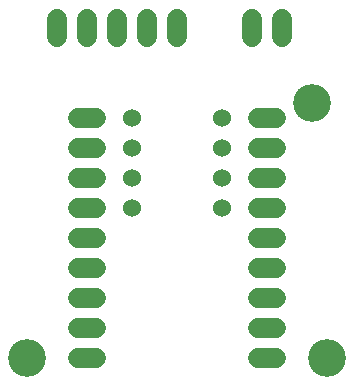
<source format=gts>
G75*
%MOIN*%
%OFA0B0*%
%FSLAX25Y25*%
%IPPOS*%
%LPD*%
%AMOC8*
5,1,8,0,0,1.08239X$1,22.5*
%
%ADD10C,0.12611*%
%ADD11C,0.06800*%
%ADD12C,0.06000*%
%ADD13C,0.06737*%
D10*
X0012000Y0012000D03*
X0107000Y0097000D03*
X0112000Y0012000D03*
D11*
X0095000Y0012000D02*
X0089000Y0012000D01*
X0089000Y0022000D02*
X0095000Y0022000D01*
X0095000Y0032000D02*
X0089000Y0032000D01*
X0089000Y0042000D02*
X0095000Y0042000D01*
X0095000Y0052000D02*
X0089000Y0052000D01*
X0089000Y0062000D02*
X0095000Y0062000D01*
X0095000Y0072000D02*
X0089000Y0072000D01*
X0089000Y0082000D02*
X0095000Y0082000D01*
X0095000Y0092000D02*
X0089000Y0092000D01*
X0035000Y0092000D02*
X0029000Y0092000D01*
X0029000Y0082000D02*
X0035000Y0082000D01*
X0035000Y0072000D02*
X0029000Y0072000D01*
X0029000Y0062000D02*
X0035000Y0062000D01*
X0035000Y0052000D02*
X0029000Y0052000D01*
X0029000Y0042000D02*
X0035000Y0042000D01*
X0035000Y0032000D02*
X0029000Y0032000D01*
X0029000Y0022000D02*
X0035000Y0022000D01*
X0035000Y0012000D02*
X0029000Y0012000D01*
D12*
X0047000Y0062000D03*
X0047000Y0072000D03*
X0047000Y0082000D03*
X0047000Y0092000D03*
X0077000Y0092000D03*
X0077000Y0082000D03*
X0077000Y0072000D03*
X0077000Y0062000D03*
D13*
X0087000Y0119031D02*
X0087000Y0124969D01*
X0097000Y0124969D02*
X0097000Y0119031D01*
X0062000Y0119031D02*
X0062000Y0124969D01*
X0052000Y0124969D02*
X0052000Y0119031D01*
X0042000Y0119031D02*
X0042000Y0124969D01*
X0032000Y0124969D02*
X0032000Y0119031D01*
X0022000Y0119031D02*
X0022000Y0124969D01*
M02*

</source>
